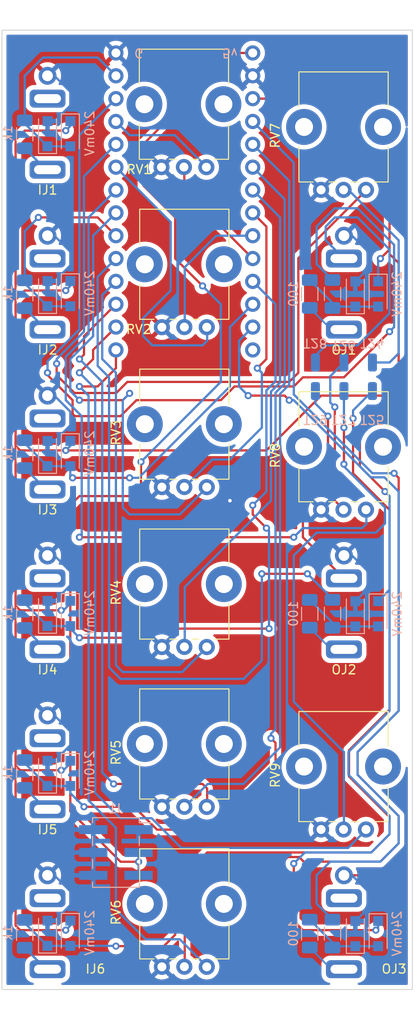
<source format=kicad_pcb>
(kicad_pcb (version 20211014) (generator pcbnew)
  (title_block (comment 4 "AISLER Project ID: XIZNEPVD"))
  (layers (0 "F.Cu" signal) (31 "B.Cu" signal) (34 "B.Paste" user) (35 "F.Paste" user) (36 "B.SilkS" user "B.Silkscreen") (37 "F.SilkS" user "F.Silkscreen") (38 "B.Mask" user) (39 "F.Mask" user) (44 "Edge.Cuts" user))
  (net 0 "")
  (net 1 "/T0")
  (net 2 "GND")
  (net 3 "+3.3V")
  (net 4 "/T7")
  (net 5 "/T15")
  (net 6 "/T16")
  (net 7 "/T21")
  (net 8 "/T25")
  (net 9 "/VCA_1_Input/Switch")
  (net 10 "Net-(IJ1-PadT)")
  (net 11 "/CV_Input_1/Switch")
  (net 12 "Net-(IJ2-PadT)")
  (net 13 "/VCA_2_Input/Switch")
  (net 14 "Net-(IJ3-PadT)")
  (net 15 "/CV_Input_2/Switch")
  (net 16 "Net-(IJ4-PadT)")
  (net 17 "/VCA_3_Input/Switch")
  (net 18 "Net-(IJ5-PadT)")
  (net 19 "/CV_Input_3/Switch")
  (net 20 "Net-(IJ6-PadT)")
  (net 21 "+5V")
  (net 22 "Net-(OD1-Pad1)")
  (net 23 "Net-(OD3-Pad1)")
  (net 24 "Net-(OD5-Pad1)")
  (net 25 "/T28")
  (net 26 "Net-(OJ1-PadT)")
  (net 27 "/T29")
  (net 28 "Net-(OJ2-PadT)")
  (net 29 "/VCA_3_Output/Switch")
  (net 30 "Net-(OJ3-PadT)")
  (net 31 "/T1")
  (net 32 "/T8")
  (net 33 "/T14")
  (net 34 "/T2")
  (net 35 "/T17")
  (net 36 "/T4")
  (net 37 "/T18")
  (net 38 "/T6")
  (net 39 "/T19")
  (net 40 "/T9")
  (net 41 "/T20")
  (net 42 "/T10")
  (net 43 "/T22")
  (net 44 "/T12")
  (net 45 "/T23")
  (net 46 "/T3")
  (net 47 "/T24")
  (net 48 "/T5")
  (net 49 "/T26")
  (net 50 "/T11")
  (net 51 "/T27")
  (footprint "Perfboard:3.5mm Jack Perfboard" (layer "F.Cu") (at 40.64 139.7)
    (fp_text reference "IJ5")
    (fp_text value "Input")
  )
  (footprint "Potentiometer:Bourns_PTV09A-4025FB103" (layer "F.Cu") (at 73.615 76.185)
    (fp_text reference "RV7")
    (fp_text value "VCA_1_Gain")
  )
  (footprint "Perfboard:3.5mm Jack Perfboard" (layer "F.Cu") (at 73.66 157.48)
    (fp_text reference "OJ3")
    (fp_text value "Input")
  )
  (footprint "Perfboard:3.5mm Jack Perfboard" (layer "F.Cu") (at 40.64 104.14)
    (fp_text reference "IJ3")
    (fp_text value "Input")
  )
  (footprint "Potentiometer:Bourns_PTV09A-4020UB103" (layer "F.Cu") (at 55.88 127)
    (fp_text reference "RV4")
    (fp_text value "CV_Scale_2")
  )
  (footprint "Potentiometer:Bourns_PTV09A-4020UB103" (layer "F.Cu") (at 55.88 162.56)
    (fp_text reference "RV6")
    (fp_text value "CV_Scale_3")
  )
  (footprint "Perfboard:3.5mm Jack Perfboard" (layer "F.Cu") (at 73.66 86.36)
    (fp_text reference "OJ1")
    (fp_text value "Input")
  )
  (footprint "Potentiometer:Bourns_PTV09A-4020UB103" (layer "F.Cu") (at 55.835 73.645)
    (fp_text reference "RV1")
    (fp_text value "CV_1_Slope")
  )
  (footprint "Potentiometer:Bourns_PTV09A-4020UB103" (layer "F.Cu") (at 55.88 91.44)
    (fp_text reference "RV2")
    (fp_text value "CV_Scale_1")
  )
  (footprint "Perfboard:3.5mm Jack Perfboard" (layer "F.Cu") (at 40.64 68.58)
    (fp_text reference "IJ1")
    (fp_text value "Input")
  )
  (footprint "Perfboard:3.5mm Jack Perfboard" (layer "F.Cu") (at 40.64 86.36)
    (fp_text reference "IJ2")
    (fp_text value "Input")
  )
  (footprint "Perfboard:3.5mm Jack Perfboard" (layer "F.Cu") (at 40.64 157.48)
    (fp_text reference "IJ6")
    (fp_text value "Input")
  )
  (footprint "Perfboard:3.5mm Jack Perfboard" (layer "F.Cu") (at 73.66 121.92)
    (fp_text reference "OJ2")
    (fp_text value "Input")
  )
  (footprint "Potentiometer:Bourns_PTV09A-4020UB103" (layer "F.Cu") (at 55.88 144.78)
    (fp_text reference "RV5")
    (fp_text value "CV_3_Slope")
  )
  (footprint "Perfboard:3.5mm Jack Perfboard" (layer "F.Cu") (at 40.64 121.92)
    (fp_text reference "IJ4")
    (fp_text value "Input")
  )
  (footprint "Potentiometer:Bourns_PTV09A-4025FB103" (layer "F.Cu") (at 73.615 111.745)
    (fp_text reference "RV8")
    (fp_text value "VCA_2_Gain")
  )
  (footprint "Potentiometer:Bourns_PTV09A-4020UB103" (layer "F.Cu") (at 55.88 109.22)
    (fp_text reference "RV3")
    (fp_text value "CV_2_Slope")
  )
  (footprint "Potentiometer:Bourns_PTV09A-4025FB103" (layer "F.Cu") (at 73.615 147.305)
    (fp_text reference "RV9")
    (fp_text value "VCA_3_Gain")
  )
  (footprint "Resistor_SMD:R_1206_3216Metric_Pad1.30x1.75mm_HandSolder" (layer "B.Cu") (at 69.85 123.32 90)
    (fp_text reference "OR3" hide)
    (fp_text value "100")
  )
  (footprint "Resistor_SMD:R_1206_3216Metric_Pad1.30x1.75mm_HandSolder" (layer "B.Cu") (at 38.1 105.568875 90)
    (fp_text reference "IR3" hide)
    (fp_text value "1k")
  )
  (footprint "Teensy:Teensy 4.0 horizontal" (layer "B.Cu") (at 55.88 58.42)
    (fp_text reference "U1" hide)
    (fp_text value "Teensy4.0")
  )
  (footprint "Diode_SMD:D_SOD-123F" (layer "B.Cu") (at 43.18 69.941875 -90)
    (fp_text reference "ID2" hide)
    (fp_text value "240mV")
  )
  (footprint "Resistor_SMD:R_1206_3216Metric_Pad1.30x1.75mm_HandSolder" (layer "B.Cu") (at 69.85 87.76 90)
    (fp_text reference "OR1" hide)
    (fp_text value "100")
  )
  (footprint "Diode_SMD:D_SOD-123F" (layer "B.Cu") (at 77.47 123.32 -90)
    (fp_text reference "OD4" hide)
    (fp_text value "240mV")
  )
  (footprint "Diode_SMD:D_SOD-123F" (layer "B.Cu") (at 40.64 158.841875 90)
    (fp_text reference "ID11" hide)
    (fp_text value "240mV")
  )
  (footprint "Connector_PinHeader_2.54mm:PinHeader_2x03_P2.54mm_Vertical_SMD" (layer "B.Cu") (at 48.26 149.86 180)
    (fp_text reference "J1")
    (fp_text value "Power_Connector_2x3")
  )
  (footprint "Resistor_SMD:R_1206_3216Metric_Pad1.30x1.75mm_HandSolder" (layer "B.Cu") (at 69.85 158.88 90)
    (fp_text reference "OR5" hide)
    (fp_text value "100")
  )
  (footprint "Diode_SMD:D_SOD-123F" (layer "B.Cu") (at 77.47 158.88 -90)
    (fp_text reference "OD6" hide)
    (fp_text value "240mV")
  )
  (footprint "Diode_SMD:D_SOD-123F" (layer "B.Cu") (at 43.18 105.501875 -90)
    (fp_text reference "ID6" hide)
    (fp_text value "240mV")
  )
  (footprint "Resistor_SMD:R_1206_3216Metric_Pad1.30x1.75mm_HandSolder" (layer "B.Cu") (at 38.1 158.908875 90)
    (fp_text reference "IR6" hide)
    (fp_text value "1k")
  )
  (footprint "Diode_SMD:D_SOD-123F" (layer "B.Cu") (at 43.18 87.721875 -90)
    (fp_text reference "ID4" hide)
    (fp_text value "240mV")
  )
  (footprint "Diode_SMD:D_SOD-123F" (layer "B.Cu") (at 43.18 141.061875 -90)
    (fp_text reference "ID10" hide)
    (fp_text value "240mV")
  )
  (footprint "Diode_SMD:D_SOD-123F" (layer "B.Cu") (at 74.93 123.32 90)
    (fp_text reference "OD3" hide)
    (fp_text value "240mV" hide)
  )
  (footprint "Diode_SMD:D_SOD-123F" (layer "B.Cu") (at 40.64 123.281875 90)
    (fp_text reference "ID7" hide)
    (fp_text value "240mV")
  )
  (footprint "Resistor_SMD:R_1206_3216Metric_Pad1.30x1.75mm_HandSolder" (layer "B.Cu") (at 38.1 123.348875 90)
    (fp_text reference "IR4" hide)
    (fp_text value "1k")
  )
  (footprint "Teensy:Teensy 4.0 back pins" (layer "B.Cu") (at 71.755 97.028 -90)
    (fp_text reference "U1" hide)
    (fp_text value "Teensy4.0" hide)
  )
  (footprint "Diode_SMD:D_SOD-123F" (layer "B.Cu") (at 74.93 158.88 90)
    (fp_text reference "OD5" hide)
    (fp_text value "240mV" hide)
  )
  (footprint "Resistor_SMD:R_1206_3216Metric_Pad1.30x1.75mm_HandSolder" (layer "B.Cu") (at 38.1 141.128875 90)
    (fp_text reference "IR5" hide)
    (fp_text value "1k")
  )
  (footprint "Diode_SMD:D_SOD-123F" (layer "B.Cu") (at 43.18 123.281875 -90)
    (fp_text reference "ID8" hide)
    (fp_text value "240mV")
  )
  (footprint "Diode_SMD:D_SOD-123F" (layer "B.Cu") (at 40.64 105.501875 90)
    (fp_text reference "ID5" hide)
    (fp_text value "240mV")
  )
  (footprint "Diode_SMD:D_SOD-123F" (layer "B.Cu") (at 40.64 87.721875 90)
    (fp_text reference "ID3" hide)
    (fp_text value "240mV")
  )
  (footprint "Resistor_SMD:R_1206_3216Metric_Pad1.30x1.75mm_HandSolder" (layer "B.Cu") (at 38.1 87.788875 90)
    (fp_text reference "IR2" hide)
    (fp_text value "1k")
  )
  (footprint "Diode_SMD:D_SOD-123F" (layer "B.Cu") (at 43.18 158.841875 -90)
    (fp_text reference "ID12" hide)
    (fp_text value "240mV")
  )
  (footprint "Resistor_SMD:R_1206_3216Metric_Pad1.30x1.75mm_HandSolder" (layer "B.Cu") (at 72.39 123.32 90)
    (fp_text reference "OR4" hide)
    (fp_text value "900" hide)
  )
  (footprint "Resistor_SMD:R_1206_3216Metric_Pad1.30x1.75mm_HandSolder" (layer "B.Cu") (at 72.39 87.76 90)
    (fp_text reference "OR2" hide)
    (fp_text value "900" hide)
  )
  (footprint "Resistor_SMD:R_1206_3216Metric_Pad1.30x1.75mm_HandSolder" (layer "B.Cu") (at 38.1 70.008875 90)
    (fp_text reference "IR1" hide)
    (fp_text value "1k")
  )
  (footprint "Diode_SMD:D_SOD-123F" (layer "B.Cu") (at 40.64 141.061875 90)
    (fp_text reference "ID9" hide)
    (fp_text value "240mV")
  )
  (footprint "Diode_SMD:D_SOD-123F" (layer "B.Cu") (at 77.47 87.76 -90)
    (fp_text reference "OD2" hide)
    (fp_text value "240mV")
  )
  (footprint "Diode_SMD:D_SOD-123F" (layer "B.Cu") (at 74.93 87.76 90)
    (fp_text reference "OD1" hide)
    (fp_text value "240mV" hide)
  )
  (footprint "Diode_SMD:D_SOD-123F" (layer "B.Cu") (at 40.64 69.941875 90)
    (fp_text reference "ID1" hide)
    (fp_text value "240mV")
  )
  (footprint "Resistor_SMD:R_1206_3216Metric_Pad1.30x1.75mm_HandSolder" (layer "B.Cu") (at 72.39 158.88 90)
    (fp_text reference "OR6" hide)
    (fp_text value "900" hide)
  )
  (gr_line (start 35.56 60.96) (end 35.56 165.1) (layer "Edge.Cuts") (width 0.1))
  (gr_line (start 35.56 58.42) (end 35.56 60.96) (layer "Edge.Cuts") (width 0.1))
  (gr_line (start 81.28 165.1) (end 81.28 58.42) (layer "Edge.Cuts") (width 0.1))
  (gr_line (start 81.28 58.42) (end 35.56 58.42) (layer "Edge.Cuts") (width 0.1))
  (gr_line (start 35.56 165.1) (end 81.28 165.1) (layer "Edge.Cuts") (width 0.1))
  (segment (start 40.64 71.341875) (end 43.18 71.341875) (width 0.25) (layer "B.Cu") (net 1))
  (segment (start 40.132 61.468) (end 46.228 61.468) (width 0.25) (layer "B.Cu") (net 1))
  (segment (start 38.1 68.458875) (end 38.1 68.801875) (width 0.25) (layer "B.Cu") (net 1))
  (segment (start 46.228 61.468) (end 48.26 63.5) (width 0.25) (layer "B.Cu") (net 1))
  (segment (start 38.1 68.458875) (end 38.1 63.5) (width 0.25) (layer "B.Cu") (net 1))
  (segment (start 38.1 68.801875) (end 40.64 71.341875) (width 0.25) (layer "B.Cu") (net 1))
  (segment (start 38.1 63.5) (end 40.132 61.468) (width 0.25) (layer "B.Cu") (net 1))
  (segment (start 73.66 152.4) (end 75.184 152.4) (width 0.25) (layer "F.Cu") (net 2))
  (via (at 60.96 110.744) (size 0.8) (drill 0.4) (layers "F.Cu" "B.Cu") (net 2))
  (segment (start 43.18 154.178) (end 41.402 152.4) (width 0.25) (layer "B.Cu") (net 2))
  (segment (start 43.18 155.701875) (end 43.18 154.178) (width 0.25) (layer "B.Cu") (net 2))
  (segment (start 43.18 137.921875) (end 43.18 136.398) (width 0.25) (layer "B.Cu") (net 2))
  (segment (start 74.56 116.84) (end 73.66 116.84) (width 0.25) (layer "B.Cu") (net 2))
  (segment (start 41.402 134.62) (end 40.64 134.62) (width 0.25) (layer "B.Cu") (net 2))
  (segment (start 43.18 120.141875) (end 43.18 118.618) (width 0.25) (layer "B.Cu") (net 2))
  (segment (start 74.93 157.48) (end 74.94 157.48) (width 0.25) (layer "B.Cu") (net 2))
  (segment (start 41.44 139.661875) (end 43.18 137.921875) (width 0.25) (layer "B.Cu") (net 2))
  (segment (start 43.18 102.361875) (end 43.18 100.838) (width 0.25) (layer "B.Cu") (net 2))
  (segment (start 43.18 136.398) (end 41.402 134.62) (width 0.25) (layer "B.Cu") (net 2))
  (segment (start 41.44 157.441875) (end 43.18 155.701875) (width 0.25) (layer "B.Cu") (net 2))
  (segment (start 41.44 104.101875) (end 43.18 102.361875) (width 0.25) (layer "B.Cu") (net 2))
  (segment (start 41.402 152.4) (end 40.64 152.4) (width 0.25) (layer "B.Cu") (net 2))
  (segment (start 76.34 118.62) (end 74.56 116.84) (width 0.25) (layer "B.Cu") (net 2))
  (segment (start 74.94 86.36) (end 76.34 84.96) (width 0.25) (layer "B.Cu") (net 2))
  (segment (start 40.64 86.321875) (end 41.44 86.321875) (width 0.25) (layer "B.Cu") (net 2))
  (segment (start 43.18 84.581875) (end 43.18 83.058) (width 0.25) (layer "B.Cu") (net 2))
  (segment (start 43.18 100.838) (end 41.402 99.06) (width 0.25) (layer "B.Cu") (net 2))
  (segment (start 40.64 157.441875) (end 41.44 157.441875) (width 0.25) (layer "B.Cu") (net 2))
  (segment (start 76.34 156.08) (end 76.34 154.18) (width 0.25) (layer "B.Cu") (net 2))
  (segment (start 40.64 139.661875) (end 41.44 139.661875) (width 0.25) (layer "B.Cu") (net 2))
  (segment (start 74.94 121.92) (end 76.34 120.52) (width 0.25) (layer "B.Cu") (net 2))
  (segment (start 41.44 68.541875) (end 43.18 66.801875) (width 0.25) (layer "B.Cu") (net 2))
  (segment (start 40.64 121.881875) (end 41.44 121.881875) (width 0.25) (layer "B.Cu") (net 2))
  (segment (start 40.64 68.541875) (end 41.44 68.541875) (width 0.25) (layer "B.Cu") (net 2))
  (segment (start 76.34 84.96) (end 76.34 83.06) (width 0.25) (layer "B.Cu") (net 2))
  (segment (start 74.56 81.28) (end 73.66 81.28) (width 0.25) (layer "B.Cu") (net 2))
  (segment (start 41.402 81.28) (end 40.64 81.28) (width 0.25) (layer "B.Cu") (net 2))
  (segment (start 76.34 83.06) (end 74.56 81.28) (width 0.25) (layer "B.Cu") (net 2))
  (segment (start 74.93 86.36) (end 74.94 86.36) (width 0.25) (layer "B.Cu") (net 2))
  (segment (start 41.402 63.5) (end 40.64 63.5) (width 0.25) (layer "B.Cu") (net 2))
  (segment (start 76.34 154.18) (end 74.56 152.4) (width 0.25) (layer "B.Cu") (net 2))
  (segment (start 43.18 66.801875) (end 43.18 65.278) (width 0.25) (layer "B.Cu") (net 2))
  (segment (start 41.402 116.84) (end 40.64 116.84) (width 0.25) (layer "B.Cu") (net 2))
  (segment (start 41.44 121.881875) (end 43.18 120.141875) (width 0.25) (layer "B.Cu") (net 2))
  (segment (start 43.18 65.278) (end 41.402 63.5) (width 0.25) (layer "B.Cu") (net 2))
  (segment (start 43.18 83.058) (end 41.402 81.28) (width 0.25) (layer "B.Cu") (net 2))
  (segment (start 41.44 86.321875) (end 43.18 84.581875) (width 0.25) (layer "B.Cu") (net 2))
  (segment (start 74.93 121.92) (end 74.94 121.92) (width 0.25) (layer "B.Cu") (net 2))
  (segment (start 74.56 152.4) (end 73.66 152.4) (width 0.25) (layer "B.Cu") (net 2))
  (segment (start 43.18 118.618) (end 41.402 116.84) (width 0.25) (layer "B.Cu") (net 2))
  (segment (start 76.34 120.52) (end 76.34 118.62) (width 0.25) (layer "B.Cu") (net 2))
  (segment (start 74.94 157.48) (end 76.34 156.08) (width 0.25) (layer "B.Cu") (net 2))
  (segment (start 40.64 104.101875) (end 41.44 104.101875) (width 0.25) (layer "B.Cu") (net 2))
  (segment (start 41.402 99.06) (end 40.64 99.06) (width 0.25) (layer "B.Cu") (net 2))
  (segment (start 77.724 83.82) (end 78.74 82.804) (width 0.25) (layer "F.Cu") (net 3))
  (segment (start 68.072 151.0925) (end 68.072 157.48) (width 0.25) (layer "F.Cu") (net 3))
  (segment (start 75.438 106.934) (end 78.232 109.728) (width 0.25) (layer "F.Cu") (net 3))
  (segment (start 79.756 84.328) (end 79.756 99.06) (width 0.25) (layer "F.Cu") (net 3))
  (segment (start 65.024 105.156) (end 42.672 105.156) (width 0.25) (layer "F.Cu") (net 3))
  (segment (start 42.672 105.156) (end 37.592 105.156) (width 0.25) (layer "F.Cu") (net 3))
  (segment (start 42.164 122.936) (end 37.592 122.936) (width 0.25) (layer "F.Cu") (net 3))
  (segment (start 71.12 99.06) (end 65.024 105.156) (width 0.25) (layer "F.Cu") (net 3))
  (segment (start 37.592 105.156) (end 37.084 105.664) (width 0.25) (layer "F.Cu") (net 3))
  (segment (start 37.592 140.716) (end 37.084 140.208) (width 0.25) (layer "F.Cu") (net 3))
  (segment (start 38.1 87.376) (end 42.672 87.376) (width 0.25) (layer "F.Cu") (net 3))
  (segment (start 37.084 104.648) (end 37.084 104.14) (width 0.25) (layer "F.Cu") (net 3))
  (segment (start 37.592 122.936) (end 37.084 122.428) (width 0.25) (layer "F.Cu") (net 3))
  (segment (start 37.084 120.396) (end 37.084 122.428) (width 0.25) (layer "F.Cu") (net 3))
  (segment (start 69.088 158.496) (end 77.216 158.496) (width 0.25) (layer "F.Cu") (net 3))
  (segment (start 78.74 82.804) (end 78.74 74.676) (width 0.25) (layer "F.Cu") (net 3))
  (segment (start 37.084 157.988) (end 37.084 140.208) (width 0.25) (layer "F.Cu") (net 3))
  (segment (start 78.74 83.312) (end 79.756 84.328) (width 0.25) (layer "F.Cu") (net 3))
  (segment (start 78.74 74.676) (end 70.104 66.04) (width 0.25) (layer "F.Cu") (net 3))
  (segment (start 42.672 158.496) (end 37.592 158.496) (width 0.25) (layer "F.Cu") (net 3))
  (segment (start 38.1 69.596) (end 37.084 70.612) (width 0.25) (layer "F.Cu") (net 3))
  (segment (start 42.672 69.596) (end 38.1 69.596) (width 0.25) (layer "F.Cu") (net 3))
  (segment (start 37.084 104.14) (end 37.084 88.392) (width 0.25) (layer "F.Cu") (net 3))
  (segment (start 37.084 104.14) (end 37.084 105.664) (width 0.25) (layer "F.Cu") (net 3))
  (segment (start 37.592 105.156) (end 37.084 104.648) (width 0.25) (layer "F.Cu") (net 3))
  (segment (start 68.072 157.48) (end 69.088 158.496) (width 0.25) (layer "F.Cu") (net 3))
  (segment (start 37.084 88.392) (end 38.1 87.376) (width 0.25) (layer "F.Cu") (net 3))
  (segment (start 79.756 99.06) (end 71.12 99.06) (width 0.25) (layer "F.Cu") (net 3))
  (segment (start 75.438 103.378) (end 75.438 106.934) (width 0.25) (layer "F.Cu") (net 3))
  (segment (start 37.084 140.208) (end 37.084 122.428) (width 0.25) (layer "F.Cu") (net 3))
  (segment (start 37.084 70.612) (end 37.084 88.392) (width 0.25) (layer "F.Cu") (net 3))
  (segment (start 42.164 140.716) (end 37.592 140.716) (width 0.25) (layer "F.Cu") (net 3))
  (segment (start 79.756 99.06) (end 75.438 103.378) (width 0.25) (layer "F.Cu") (net 3))
  (segment (start 78.74 82.804) (end 78.74 83.312) (width 0.25) (layer "F.Cu") (net 3))
  (segment (start 37.084 105.664) (end 37.084 120.396) (width 0.25) (layer "F.Cu") (net 3))
  (segment (start 37.592 158.496) (end 37.084 157.988) (width 0.25) (layer "F.Cu") (net 3))
  (segment (start 70.104 66.04) (end 63.5 66.04) (width 0.25) (layer "F.Cu") (net 3))
  (via (at 42.672 69.596) (size 0.8) (drill 0.4) (layers "F.Cu" "B.Cu") (net 3))
  (via (at 42.672 158.496) (size 0.8) (drill 0.4) (layers "F.Cu" "B.Cu") (net 3))
  (via (at 77.724 83.82) (size 0.8) (drill 0.4) (layers "F.Cu" "B.Cu") (net 3))
  (via (at 42.672 87.376) (size 0.8) (drill 0.4) (layers "F.Cu" "B.Cu") (net 3))
  (via (at 42.672 105.156) (size 0.8) (drill 0.4) (layers "F.Cu" "B.Cu") (net 3))
  (via (at 77.216 158.496) (size 0.8) (drill 0.4) (layers "F.Cu" "B.Cu") (net 3))
  (via (at 68.072 151.0925) (size 0.8) (drill 0.4) (layers "F.Cu" "B.Cu") (net 3))
  (via (at 78.232 109.728) (size 0.8) (drill 0.4) (layers "F.Cu" "B.Cu") (net 3))
  (via (at 42.164 140.716) (size 0.8) (drill 0.4) (layers "F.Cu" "B.Cu") (net 3))
  (via (at 42.164 122.936) (size 0.8) (drill 0.4) (layers "F.Cu" "B.Cu") (net 3))
  (segment (start 78.74 145.796) (end 74.168 141.224) (width 0.25) (layer "B.Cu") (net 3))
  (segment (start 78.74 120.65) (end 78.74 120.52) (width 0.25) (layer "B.Cu") (net 3))
  (segment (start 42.164 122.936) (end 42.418 122.936) (width 0.25) (layer "B.Cu") (net 3))
  (segment (start 69.3045 149.86) (end 76.708 149.86) (width 0.25) (layer "B.Cu") (net 3))
  (segment (start 77.47 86.36) (end 77.47 84.074) (width 0.25) (layer "B.Cu") (net 3))
  (segment (start 42.164 140.716) (end 42.418 140.716) (width 0.25) (layer "B.Cu") (net 3))
  (segment (start 74.168 141.224) (end 74.168 138.684) (width 0.25) (layer "B.Cu") (net 3))
  (segment (start 76.708 149.86) (end 78.74 147.828) (width 0.25) (layer "B.Cu") (net 3))
  (segment (start 78.74 110.236) (end 78.74 120.52) (width 0.25) (layer "B.Cu") (net 3))
  (segment (start 74.168 138.684) (end 78.74 134.112) (width 0.25) (layer "B.Cu") (net 3))
  (segment (start 43.18 68.541875) (end 43.18 69.088) (width 0.25) (layer "B.Cu") (net 3))
  (segment (start 42.672 87.376) (end 43.18 86.868) (width 0.25) (layer "B.Cu") (net 3))
  (segment (start 43.18 157.988) (end 43.18 157.441875) (width 0.25) (layer "B.Cu") (net 3))
  (segment (start 77.47 84.074) (end 77.724 83.82) (width 0.25) (layer "B.Cu") (net 3))
  (segment (start 43.18 139.954) (end 43.18 139.661875) (width 0.25) (layer "B.Cu") (net 3))
  (segment (start 78.232 109.728) (end 78.74 110.236) (width 0.25) (layer "B.Cu") (net 3))
  (segment (start 42.418 122.936) (end 43.18 122.174) (width 0.25) (layer "B.Cu") (net 3))
  (segment (start 42.672 105.156) (end 43.18 104.648) (width 0.25) (layer "B.Cu") (net 3))
  (segment (start 43.18 69.088) (end 42.672 69.596) (width 0.25) (layer "B.Cu") (net 3))
  (segment (start 77.216 158.496) (end 77.47 158.242) (width 0.25) (layer "B.Cu") (net 3))
  (segment (start 43.18 122.174) (end 43.18 121.881875) (width 0.25) (layer "B.Cu") (net 3))
  (segment (start 42.418 140.716) (end 43.18 139.954) (width 0.25) (layer "B.Cu") (net 3))
  (segment (start 43.18 104.648) (end 43.18 104.101875) (width 0.25) (layer "B.Cu") (net 3))
  (segment (start 42.672 158.496) (end 43.18 157.988) (width 0.25) (layer "B.Cu") (net 3))
  (segment (start 77.47 121.92) (end 78.74 120.65) (width 0.25) (layer "B.Cu") (net 3))
  (segment (start 78.74 147.828) (end 78.74 145.796) (width 0.25) (layer "B.Cu") (net 3))
  (segment (start 77.47 158.242) (end 77.47 157.48) (width 0.25) (layer "B.Cu") (net 3))
  (segment (start 43.18 86.868) (end 43.18 86.321875) (width 0.25) (layer "B.Cu") (net 3))
  (segment (start 78.74 134.112) (end 78.74 120.52) (width 0.25) (layer "B.Cu") (net 3))
  (segment (start 68.072 151.0925) (end 69.3045 149.86) (width 0.25) (layer "B.Cu") (net 3))
  (segment (start 48.26 81.28) (end 46.228 79.248) (width 0.25) (layer "F.Cu") (net 4))
  (segment (start 46.228 79.248) (end 39.624 79.248) (width 0.25) (layer "F.Cu") (net 4))
  (via (at 39.624 79.248) (size 0.8) (drill 0.4) (layers "F.Cu" "B.Cu") (net 4))
  (segment (start 40.64 89.121875) (end 43.18 89.121875) (width 0.25) (layer "B.Cu") (net 4))
  (segment (start 38.1 80.772) (end 39.624 79.248) (width 0.25) (layer "B.Cu") (net 4))
  (segment (start 38.1 86.238875) (end 38.1 80.772) (width 0.25) (layer "B.Cu") (net 4))
  (segment (start 38.1 86.238875) (end 38.1 86.581875) (width 0.25) (layer "B.Cu") (net 4))
  (segment (start 38.1 86.581875) (end 40.64 89.121875) (width 0.25) (layer "B.Cu") (net 4))
  (segment (start 43.434 108.204) (end 49.784 108.204) (width 0.25) (layer "F.Cu") (net 5))
  (via (at 43.434 108.204) (size 0.8) (drill 0.4) (layers "F.Cu" "B.Cu") (net 5))
  (via (at 49.784 108.204) (size 0.8) (drill 0.4) (layers "F.Cu" "B.Cu") (net 5))
  (segment (start 38.1 104.361875) (end 40.64 106.901875) (width 0.25) (layer "B.Cu") (net 5))
  (segment (start 49.784 108.204) (end 50.8 108.204) (width 0.25) (layer "B.Cu") (net 5))
  (segment (start 38.1 104.018875) (end 38.1 104.361875) (width 0.25) (layer "B.Cu") (net 5))
  (segment (start 60.96 98.044) (end 60.96 91.44) (width 0.25) (layer "B.Cu") (net 5))
  (segment (start 43.434 108.204) (end 43.18 107.95) (width 0.25) (layer "B.Cu") (net 5))
  (segment (start 50.8 108.204) (end 60.96 98.044) (width 0.25) (layer "B.Cu") (net 5))
  (segment (start 43.18 107.95) (end 43.18 106.901875) (width 0.25) (layer "B.Cu") (net 5))
  (segment (start 40.64 106.901875) (end 43.18 106.901875) (width 0.25) (layer "B.Cu") (net 5))
  (segment (start 60.96 91.44) (end 63.5 88.9) (width 0.25) (layer "B.Cu") (net 5))
  (segment (start 63.5 111.76) (end 63.5 111.252) (width 0.25) (layer "F.Cu") (net 6))
  (segment (start 44.196 125.984) (end 50.546 125.984) (width 0.25) (layer "F.Cu") (net 6))
  (segment (start 51.562 124.968) (end 65.3155 124.968) (width 0.25) (layer "F.Cu") (net 6))
  (segment (start 65.024 113.792) (end 63.5 112.268) (width 0.25) (layer "F.Cu") (net 6))
  (segment (start 50.546 125.984) (end 51.562 124.968) (width 0.25) (layer "F.Cu") (net 6))
  (segment (start 63.5 112.268) (end 63.5 111.76) (width 0.25) (layer "F.Cu") (net 6))
  (via (at 44.196 125.984) (size 0.8) (drill 0.4) (layers "F.Cu" "B.Cu") (net 6))
  (via (at 65.024 113.792) (size 0.8) (drill 0.4) (layers "F.Cu" "B.Cu") (net 6))
  (via (at 65.3155 124.968) (size 0.8) (drill 0.4) (layers "F.Cu" "B.Cu") (net 6))
  (via (at 63.5 111.252) (size 0.8) (drill 0.4) (layers "F.Cu" "B.Cu") (net 6))
  (segment (start 63.5 111.252) (end 65.024 109.728) (width 0.25) (layer "B.Cu") (net 6))
  (segment (start 44.196 125.984) (end 43.18 124.968) (width 0.25) (layer "B.Cu") (net 6))
  (segment (start 38.1 122.141875) (end 40.64 124.681875) (width 0.25) (layer "B.Cu") (net 6))
  (segment (start 65.024 109.728) (end 65.024 98.480358) (width 0.25) (layer "B.Cu") (net 6))
  (segment (start 65.3155 114.0835) (end 65.024 113.792) (width 0.25) (layer "B.Cu") (net 6))
  (segment (start 66.04 88.9) (end 63.5 86.36) (width 0.25) (layer "B.Cu") (net 6))
  (segment (start 40.64 124.681875) (end 43.18 124.681875) (width 0.25) (layer "B.Cu") (net 6))
  (segment (start 65.3155 124.968) (end 65.3155 114.0835) (width 0.25) (layer "B.Cu") (net 6))
  (segment (start 43.18 124.968) (end 43.18 124.681875) (width 0.25) (layer "B.Cu") (net 6))
  (segment (start 38.1 121.798875) (end 38.1 122.141875) (width 0.25) (layer "B.Cu") (net 6))
  (segment (start 66.04 97.464358) (end 66.04 88.9) (width 0.25) (layer "B.Cu") (net 6))
  (segment (start 65.024 98.480358) (end 66.04 97.464358) (width 0.25) (layer "B.Cu") (net 6))
  (segment (start 58.928 147.32) (end 66.04 140.208) (width 0.25) (layer "F.Cu") (net 7))
  (segment (start 66.04 140.208) (end 66.04 137.668) (width 0.25) (layer "F.Cu") (net 7))
  (segment (start 44.704 144.78) (end 50.292 144.78) (width 0.25) (layer "F.Cu") (net 7))
  (segment (start 50.292 144.78) (end 52.832 147.32) (width 0.25) (layer "F.Cu") (net 7))
  (segment (start 66.04 137.668) (end 65.532 137.16) (width 0.25) (layer "F.Cu") (net 7))
  (segment (start 52.832 147.32) (end 58.928 147.32) (width 0.25) (layer "F.Cu") (net 7))
  (via (at 44.704 144.78) (size 0.8) (drill 0.4) (layers "F.Cu" "B.Cu") (net 7))
  (via (at 65.532 137.16) (size 0.8) (drill 0.4) (layers "F.Cu" "B.Cu") (net 7))
  (segment (start 65.532 136.652) (end 66.04 136.144) (width 0.25) (layer "B.Cu") (net 7))
  (segment (start 44.704 144.78) (end 43.18 143.256) (width 0.25) (layer "B.Cu") (net 7))
  (segment (start 66.04 98.73715) (end 67.056 97.72115) (width 0.25) (layer "B.Cu") (net 7))
  (segment (start 38.1 139.578875) (end 38.1 139.921875) (width 0.25) (layer "B.Cu") (net 7))
  (segment (start 66.04 136.144) (end 66.04 98.73715) (width 0.25) (layer "B.Cu") (net 7))
  (segment (start 67.056 97.72115) (end 67.056 77.216) (width 0.25) (layer "B.Cu") (net 7))
  (segment (start 65.532 137.16) (end 65.532 136.652) (width 0.25) (layer "B.Cu") (net 7))
  (segment (start 43.18 143.256) (end 43.18 142.461875) (width 0.25) (layer "B.Cu") (net 7))
  (segment (start 38.1 139.921875) (end 40.64 142.461875) (width 0.25) (layer "B.Cu") (net 7))
  (segment (start 67.056 77.216) (end 63.5 73.66) (width 0.25) (layer "B.Cu") (net 7))
  (segment (start 40.64 142.461875) (end 43.18 142.461875) (width 0.25) (layer "B.Cu") (net 7))
  (segment (start 74.226 141.410396) (end 74.226 138.497604) (width 0.25) (layer "F.Cu") (net 8))
  (segment (start 78.74 147.828) (end 78.74 145.924396) (width 0.25) (layer "F.Cu") (net 8))
  (segment (start 76.708 149.86) (end 78.74 147.828) (width 0.25) (layer "F.Cu") (net 8))
  (segment (start 48.26 160.274) (end 53.594 160.274) (width 0.25) (layer "F.Cu") (net 8))
  (segment (start 74.676 101.6) (end 74.676 107.696) (width 0.25) (layer "F.Cu") (net 8))
  (segment (start 78.74 145.924396) (end 74.226 141.410396) (width 0.25) (layer "F.Cu") (net 8))
  (segment (start 74.676 107.696) (end 78.74 111.76) (width 0.25) (layer "F.Cu") (net 8))
  (segment (start 53.594 160.274) (end 54.864 159.004) (width 0.25) (layer "F.Cu") (net 8))
  (segment (start 54.864 159.004) (end 54.864 153.416) (width 0.25) (layer "F.Cu") (net 8))
  (segment (start 74.226 138.497604) (end 78.74 133.983604) (width 0.25) (layer "F.Cu") (net 8))
  (segment (start 78.74 111.76) (end 78.74 133.983604) (width 0.25) (layer "F.Cu") (net 8))
  (segment (start 58.42 149.86) (end 76.708 149.86) (width 0.25) (layer "F.Cu") (net 8))
  (segment (start 54.864 153.416) (end 58.42 149.86) (width 0.25) (layer "F.Cu") (net 8))
  (via (at 48.26 160.274) (size 0.8) (drill 0.4) (layers "F.Cu" "B.Cu") (net 8))
  (via (at 74.676 101.6) (size 0.8) (drill 0.4) (layers "F.Cu" "B.Cu") (net 8))
  (segment (start 48.227875 160.241875) (end 43.18 160.241875) (width 0.25) (layer "B.Cu") (net 8))
  (segment (start 40.64 160.241875) (end 43.18 160.241875) (width 0.25) (layer "B.Cu") (net 8))
  (segment (start 38.1 157.701875) (end 40.64 160.241875) (width 0.25) (layer "B.Cu") (net 8))
  (segment (start 38.1 157.358875) (end 38.1 157.701875) (width 0.25) (layer "B.Cu") (net 8))
  (segment (start 48.26 160.274) (end 48.227875 160.241875) (width 0.25) (layer "B.Cu") (net 8))
  (segment (start 74.676 100.711) (end 76.835 98.552) (width 0.25) (layer "B.Cu") (net 8))
  (segment (start 74.676 101.6) (end 74.676 100.711) (width 0.25) (layer "B.Cu") (net 8))
  (segment (start 40.481125 73.94) (end 40.64 73.94) (width 0.25) (layer "B.Cu") (net 10))
  (segment (start 38.1 71.558875) (end 40.481125 73.94) (width 0.25) (layer "B.Cu") (net 10))
  (segment (start 40.481125 91.72) (end 40.64 91.72) (width 0.25) (layer "B.Cu") (net 12))
  (segment (start 38.1 89.338875) (end 40.481125 91.72) (width 0.25) (layer "B.Cu") (net 12))
  (segment (start 38.1 107.118875) (end 40.481125 109.5) (width 0.25) (layer "B.Cu") (net 14))
  (segment (start 40.481125 109.5) (end 40.64 109.5) (width 0.25) (layer "B.Cu") (net 14))
  (segment (start 40.481125 127.28) (end 40.64 127.28) (width 0.25) (layer "B.Cu") (net 16))
  (segment (start 38.1 124.898875) (end 40.481125 127.28) (width 0.25) (layer "B.Cu") (net 16))
  (segment (start 40.481125 145.06) (end 40.64 145.06) (width 0.25) (layer "B.Cu") (net 18))
  (segment (start 38.1 142.678875) (end 40.481125 145.06) (width 0.25) (layer "B.Cu") (net 18))
  (segment (start 40.481125 162.84) (end 40.64 162.84) (width 0.25) (layer "B.Cu") (net 20))
  (segment (start 38.1 160.458875) (end 40.481125 162.84) (width 0.25) (layer "B.Cu") (net 20))
  (segment (start 43.18 145.288) (end 48.783 150.891) (width 0.25) (layer "F.Cu") (net 21))
  (segment (start 48.783 150.891) (end 50.785 150.891) (width 0.25) (layer "F.Cu") (net 21))
  (segment (start 61.468 60.96) (end 63.5 60.96) (width 0.25) (layer "F.Cu") (net 21))
  (segment (start 51.054 108.966) (end 49.784 110.236) (width 0.25) (layer "F.Cu") (net 21))
  (segment (start 57.912 86.868) (end 54.864 83.82) (width 0.25) (layer "F.Cu") (net 21))
  (segment (start 54.864 79.248) (end 51.308 75.692) (width 0.25) (layer "F.Cu") (net 21))
  (segment (start 49.784 110.236) (end 44.196 110.236) (width 0.25) (layer "F.Cu") (net 21))
  (segment (start 54.864 83.82) (end 54.864 79.248) (width 0.25) (layer "F.Cu") (net 21))
  (segment (start 51.054 106.426) (end 51.054 108.966) (width 0.25) (layer "F.Cu") (net 21))
  (segment (start 43.18 111.252) (end 43.18 145.288) (width 0.25) (layer "F.Cu") (net 21))
  (segment (start 44.196 110.236) (end 43.18 111.252) (width 0.25) (layer "F.Cu") (net 21))
  (segment (start 51.308 71.12) (end 61.468 60.96) (width 0.25) (layer "F.Cu") (net 21))
  (segment (start 51.308 75.692) (end 51.308 71.12) (width 0.25) (layer "F.Cu") (net 21))
  (via (at 50.785 150.891) (size 0.8) (drill 0.4) (layers "F.Cu" "B.Cu") (net 21))
  (via (at 57.912 86.868) (size 0.8) (drill 0.4) (layers "F.Cu" "B.Cu") (net 21))
  (via (at 51.054 106.426) (size 0.8) (drill 0.4) (layers "F.Cu" "B.Cu") (net 21))
  (segment (start 50.785 149.86) (end 50.785 150.891) (width 0.25) (layer "B.Cu") (net 21))
  (segment (start 51.054 106.426) (end 59.944 97.536) (width 0.25) (layer "B.Cu") (net 21))
  (segment (start 50.785 150.891) (end 50.785 152.4) (width 0.25) (layer "B.Cu") (net 21))
  (segment (start 59.944 88.9) (end 57.912 86.868) (width 0.25) (layer "B.Cu") (net 21))
  (segment (start 59.944 97.536) (end 59.944 88.9) (width 0.25) (layer "B.Cu") (net 21))
  (segment (start 72.39 89.31) (end 72.54 89.16) (width 0.25) (layer "B.Cu") (net 22))
  (segment (start 69.85 86.21) (end 72.39 88.75) (width 0.25) (layer "B.Cu") (net 22))
  (segment (start 74.93 89.16) (end 77.47 89.16) (width 0.25) (layer "B.Cu") (net 22))
  (segment (start 72.54 89.16) (end 74.93 89.16) (width 0.25) (layer "B.Cu") (net 22))
  (segment (start 72.39 88.75) (end 72.39 89.31) (width 0.25) (layer "B.Cu") (net 22))
  (segment (start 69.85 121.77) (end 72.39 124.31) (width 0.25) (layer "B.Cu") (net 23))
  (segment (start 72.54 124.72) (end 74.93 124.72) (width 0.25) (layer "B.Cu") (net 23))
  (segment (start 72.39 124.87) (end 72.54 124.72) (width 0.25) (layer "B.Cu") (net 23))
  (segment (start 72.39 124.31) (end 72.39 124.87) (width 0.25) (layer "B.Cu") (net 23))
  (segment (start 74.93 124.72) (end 77.47 124.72) (width 0.25) (layer "B.Cu") (net 23))
  (segment (start 72.54 160.28) (end 74.93 160.28) (width 0.25) (layer "B.Cu") (net 24))
  (segment (start 72.39 159.87) (end 72.39 160.43) (width 0.25) (layer "B.Cu") (net 24))
  (segment (start 72.39 160.43) (end 72.54 160.28) (width 0.25) (layer "B.Cu") (net 24))
  (segment (start 74.93 160.28) (end 77.47 160.28) (width 0.25) (layer "B.Cu") (net 24))
  (segment (start 69.85 157.33) (end 72.39 159.87) (width 0.25) (layer "B.Cu") (net 24))
  (segment (start 72.644 79.248) (end 71.628 80.264) (width 0.25) (layer "B.Cu") (net 25))
  (segment (start 75.184 93.472) (end 78.74 89.916) (width 0.25) (layer "B.Cu") (net 25))
  (segment (start 70.485 94.615) (end 71.628 93.472) (width 0.25) (layer "B.Cu") (net 25))
  (segment (start 71.628 93.472) (end 75.184 93.472) (width 0.25) (layer "B.Cu") (net 25))
  (segment (start 78.74 89.916) (end 78.74 82.804) (width 0.25) (layer "B.Cu") (net 25))
  (segment (start 78.74 82.804) (end 75.184 79.248) (width 0.25) (layer "B.Cu") (net 25))
  (segment (start 70.485 95.377) (end 70.485 94.615) (width 0.25) (layer "B.Cu") (net 25))
  (segment (start 71.628 80.264) (end 71.628 81.788) (width 0.25) (layer "B.Cu") (net 25))
  (segment (start 71.628 81.788) (end 73.66 83.82) (width 0.25) (layer "B.Cu") (net 25))
  (segment (start 75.184 79.248) (end 72.644 79.248) (width 0.25) (layer "B.Cu") (net 25))
  (segment (start 69.85 89.31) (end 72.26 91.72) (width 0.2) (layer "B.Cu") (net 26))
  (segment (start 72.26 91.72) (end 73.66 91.72) (width 0.2) (layer "B.Cu") (net 26))
  (segment (start 71.882 101.346) (end 71.882 106.426) (width 0.25) (layer "F.Cu") (net 27))
  (segment (start 69.088 109.22) (end 69.088 114.808) (width 0.25) (layer "F.Cu") (net 27))
  (segment (start 73.66 119.38) (end 69.088 114.808) (width 0.25) (layer "F.Cu") (net 27))
  (segment (start 71.882 106.426) (end 69.088 109.22) (width 0.25) (layer "F.Cu") (net 27))
  (via (at 71.882 101.346) (size 0.8) (drill 0.4) (layers "F.Cu" "B.Cu") (net 27))
  (segment (start 71.882 101.346) (end 70.485 99.949) (width 0.25) (layer "B.Cu") (net 27))
  (segment (start 70.485 99.949) (end 70.485 98.552) (width 0.25) (layer "B.Cu") (net 27))
  (segment (start 72.26 127.28) (end 73.66 127.28) (width 0.2) (layer "B.Cu") (net 28))
  (segment (start 69.85 124.87) (end 72.26 127.28) (width 0.2) (layer "B.Cu") (net 28))
  (segment (start 72.26 162.84) (end 73.66 162.84) (width 0.2) (layer "B.Cu") (net 30))
  (segment (start 69.85 160.43) (end 72.26 162.84) (width 0.2) (layer "B.Cu") (net 30))
  (segment (start 61.468 98.044) (end 68.072 98.044) (width 0.25) (layer "F.Cu") (net 31))
  (segment (start 50.546 99.568) (end 59.944 99.568) (width 0.25) (layer "F.Cu") (net 31))
  (segment (start 59.944 99.568) (end 61.468 98.044) (width 0.25) (layer "F.Cu") (net 31))
  (segment (start 68.072 98.044) (end 69.088 97.028) (width 0.25) (layer "F.Cu") (net 31))
  (segment (start 43.434 99.568) (end 43.434 101.092) (width 0.25) (layer "F.Cu") (net 31))
  (segment (start 40.64 96.774) (end 43.434 99.568) (width 0.25) (layer "F.Cu") (net 31))
  (segment (start 43.434 101.092) (end 43.688 101.346) (width 0.25) (layer "F.Cu") (net 31))
  (segment (start 73.66 97.028) (end 78.74 91.948) (width 0.25) (layer "F.Cu") (net 31))
  (segment (start 69.088 97.028) (end 73.66 97.028) (width 0.25) (layer "F.Cu") (net 31))
  (segment (start 43.688 101.346) (end 48.768 101.346) (width 0.25) (layer "F.Cu") (net 31))
  (segment (start 48.768 101.346) (end 50.546 99.568) (width 0.25) (layer "F.Cu") (net 31))
  (segment (start 40.64 96.52) (end 40.64 96.774) (width 0.25) (layer "F.Cu") (net 31))
  (via (at 40.64 96.52) (size 0.8) (drill 0.4) (layers "F.Cu" "B.Cu") (net 31))
  (via (at 78.74 91.948) (size 0.8) (drill 0.4) (layers "F.Cu" "B.Cu") (net 31))
  (segment (start 40.64 96.52) (end 40.64 95.25) (width 0.25) (layer "B.Cu") (net 31))
  (segment (start 70.612 84.432) (end 72.39 86.21) (width 0.25) (layer "B.Cu") (net 31))
  (segment (start 44.196 91.694) (end 44.196 70.104) (width 0.25) (layer "B.Cu") (net 31))
  (segment (start 72.644 78.232) (end 70.612 80.264) (width 0.25) (layer "B.Cu") (net 31))
  (segment (start 40.64 95.25) (end 44.196 91.694) (width 0.25) (layer "B.Cu") (net 31))
  (segment (start 79.248 91.44) (end 79.248 82.296) (width 0.25) (layer "B.Cu") (net 31))
  (segment (start 75.184 78.232) (end 72.644 78.232) (width 0.25) (layer "B.Cu") (net 31))
  (segment (start 78.74 91.948) (end 79.248 91.44) (width 0.25) (layer "B.Cu") (net 31))
  (segment (start 70.612 80.264) (end 70.612 84.432) (width 0.25) (layer "B.Cu") (net 31))
  (segment (start 79.248 82.296) (end 75.184 78.232) (width 0.25) (layer "B.Cu") (net 31))
  (segment (start 44.196 70.104) (end 48.26 66.04) (width 0.25) (layer "B.Cu") (net 31))
  (segment (start 69.596 118.872) (end 64.516 118.872) (width 0.25) (layer "F.Cu") (net 32))
  (via (at 64.516 118.872) (size 0.8) (drill 0.4) (layers "F.Cu" "B.Cu") (net 32))
  (via (at 69.596 118.872) (size 0.8) (drill 0.4) (layers "F.Cu" "B.Cu") (net 32))
  (segment (start 47.498 97.028) (end 47.498 129.286) (width 0.25) (layer "B.Cu") (net 32))
  (segment (start 64.516 128.524) (end 64.516 118.872) (width 0.25) (layer "B.Cu") (net 32))
  (segment (start 46.228 95.758) (end 47.498 97.028) (width 0.25) (layer "B.Cu") (net 32))
  (segment (start 48.768 130.556) (end 62.484 130.556) (width 0.25) (layer "B.Cu") (net 32))
  (segment (start 46.228 85.852) (end 46.228 95.758) (width 0.25) (layer "B.Cu") (net 32))
  (segment (start 69.596 118.872) (end 72.39 121.666) (width 0.25) (layer "B.Cu") (net 32))
  (segment (start 47.498 129.286) (end 48.768 130.556) (width 0.25) (layer "B.Cu") (net 32))
  (segment (start 48.26 83.82) (end 46.228 85.852) (width 0.25) (layer "B.Cu") (net 32))
  (segment (start 72.39 121.666) (end 72.39 121.77) (width 0.25) (layer "B.Cu") (net 32))
  (segment (start 62.484 130.556) (end 64.516 128.524) (width 0.25) (layer "B.Cu") (net 32))
  (segment (start 67.056 99.06) (end 62.992 99.06) (width 0.25) (layer "F.Cu") (net 33))
  (segment (start 67.564 99.568) (end 67.056 99.06) (width 0.25) (layer "F.Cu") (net 33))
  (via (at 62.992 99.06) (size 0.8) (drill 0.4) (layers "F.Cu" "B.Cu") (net 33))
  (via (at 67.564 99.568) (size 0.8) (drill 0.4) (layers "F.Cu" "B.Cu") (net 33))
  (segment (start 79.756 109.728) (end 79.756 134.112) (width 0.25) (layer "B.Cu") (net 33))
  (segment (start 68.072 99.568) (end 76.65 108.146) (width 0.25) (layer "B.Cu") (net 33))
  (segment (start 79.756 134.112) (end 75.184 138.684) (width 0.25) (layer "B.Cu") (net 33))
  (segment (start 61.976 98.044) (end 61.976 92.964) (width 0.25) (layer "B.Cu") (net 33))
  (segment (start 67.564 99.568) (end 68.072 99.568) (width 0.25) (layer "B.Cu") (net 33))
  (segment (start 79.756 148.844) (end 77.724 150.876) (width 0.25) (layer "B.Cu") (net 33))
  (segment (start 77.724 150.876) (end 72.136 150.876) (width 0.25) (layer "B.Cu") (net 33))
  (segment (start 70.612 152.4) (end 70.612 155.552) (width 0.25) (layer "B.Cu") (net 33))
  (segment (start 61.976 92.964) (end 63.5 91.44) (width 0.25) (layer "B.Cu") (net 33))
  (segment (start 62.992 99.06) (end 61.976 98.044) (width 0.25) (layer "B.Cu") (net 33))
  (segment (start 75.184 138.684) (end 75.184 141.224) (width 0.25) (layer "B.Cu") (net 33))
  (segment (start 79.756 145.796) (end 79.756 148.844) (width 0.25) (layer "B.Cu") (net 33))
  (segment (start 70.612 155.552) (end 72.39 157.33) (width 0.25) (layer "B.Cu") (net 33))
  (segment (start 76.65 108.146) (end 78.174 108.146) (width 0.25) (layer "B.Cu") (net 33))
  (segment (start 72.136 150.876) (end 70.612 152.4) (width 0.25) (layer "B.Cu") (net 33))
  (segment (start 78.174 108.146) (end 79.756 109.728) (width 0.25) (layer "B.Cu") (net 33))
  (segment (start 75.184 141.224) (end 79.756 145.796) (width 0.25) (layer "B.Cu") (net 33))
  (segment (start 49.784 70.104) (end 48.26 68.58) (width 0.25) (layer "B.Cu") (net 34))
  (segment (start 58.38 73.66) (end 54.824 70.104) (width 0.25) (layer "B.Cu") (net 34))
  (segment (start 54.824 70.104) (end 49.784 70.104) (width 0.25) (layer "B.Cu") (net 34))
  (segment (start 55.88 73.66) (end 55.88 76.2) (width 0.25) (layer "F.Cu") (net 35))
  (segment (start 55.88 76.2) (end 63.5 83.82) (width 0.25) (layer "F.Cu") (net 35))
  (segment (start 57.912 93.472) (end 52.324 93.472) (width 0.25) (layer "B.Cu") (net 36))
  (segment (start 54.356 79.756) (end 48.26 73.66) (width 0.25) (layer "B.Cu") (net 36))
  (segment (start 58.425 91.455) (end 58.425 92.959) (width 0.25) (layer "B.Cu") (net 36))
  (segment (start 52.324 93.472) (end 51.308 92.456) (width 0.25) (layer "B.Cu") (net 36))
  (segment (start 51.308 92.456) (end 51.308 90.424) (width 0.25) (layer "B.Cu") (net 36))
  (segment (start 58.425 92.959) (end 57.912 93.472) (width 0.25) (layer "B.Cu") (net 36))
  (segment (start 54.356 87.376) (end 54.356 79.756) (width 0.25) (layer "B.Cu") (net 36))
  (segment (start 51.308 90.424) (end 54.356 87.376) (width 0.25) (layer "B.Cu") (net 36))
  (segment (start 55.925 84.791) (end 59.436 81.28) (width 0.25) (layer "B.Cu") (net 37))
  (segment (start 59.436 81.28) (end 63.5 81.28) (width 0.25) (layer "B.Cu") (net 37))
  (segment (start 55.925 91.455) (end 55.925 84.791) (width 0.25) (layer "B.Cu") (net 37))
  (segment (start 44.196 99.568) (end 49.022 99.568) (width 0.25) (layer "F.Cu") (net 38))
  (segment (start 49.022 99.568) (end 49.784 98.806) (width 0.25) (layer "F.Cu") (net 38))
  (via (at 49.784 98.806) (size 0.8) (drill 0.4) (layers "F.Cu" "B.Cu") (net 38))
  (via (at 44.196 99.568) (size 0.8) (drill 0.4) (layers "F.Cu" "B.Cu") (net 38))
  (segment (start 49.022 99.568) (end 49.022 111.506) (width 0.25) (layer "B.Cu") (net 38))
  (segment (start 45.72 91.948) (end 45.72 92.456) (width 0.25) (layer "B.Cu") (net 38))
  (segment (start 48.26 78.74) (end 45.72 81.28) (width 0.25) (layer "B.Cu") (net 38))
  (segment (start 43.18 98.552) (end 44.196 99.568) (width 0.25) (layer "B.Cu") (net 38))
  (segment (start 55.392 112.268) (end 58.425 109.235) (width 0.25) (layer "B.Cu") (net 38))
  (segment (start 45.72 92.456) (end 43.18 94.996) (width 0.25) (layer "B.Cu") (net 38))
  (segment (start 49.784 112.268) (end 55.392 112.268) (width 0.25) (layer "B.Cu") (net 38))
  (segment (start 43.18 94.996) (end 43.18 98.552) (width 0.25) (layer "B.Cu") (net 38))
  (segment (start 45.72 81.28) (end 45.72 91.948) (width 0.25) (layer "B.Cu") (net 38))
  (segment (start 49.784 98.806) (end 49.022 99.568) (width 0.25) (layer "B.Cu") (net 38))
  (segment (start 49.022 111.506) (end 49.784 112.268) (width 0.25) (layer "B.Cu") (net 38))
  (segment (start 63.5 78.74) (end 65.024 80.264) (width 0.25) (layer "F.Cu") (net 39))
  (segment (start 65.024 94.996) (end 64.008 96.012) (width 0.25) (layer "F.Cu") (net 39))
  (segment (start 65.024 80.264) (end 65.024 94.996) (width 0.25) (layer "F.Cu") (net 39))
  (via (at 64.008 96.012) (size 0.8) (drill 0.4) (layers "F.Cu" "B.Cu") (net 39))
  (segment (start 58.988 106.172) (end 55.925 109.235) (width 0.25) (layer "B.Cu") (net 39))
  (segment (start 64.516 102.616) (end 60.96 106.172) (width 0.25) (layer "B.Cu") (net 39))
  (segment (start 64.516 96.52) (end 64.516 102.616) (width 0.25) (layer "B.Cu") (net 39))
  (segment (start 60.96 106.172) (end 58.988 106.172) (width 0.25) (layer "B.Cu") (net 39))
  (segment (start 64.008 96.012) (end 64.516 96.52) (width 0.25) (layer "B.Cu") (net 39))
  (segment (start 48.26 86.36) (end 46.736 87.884) (width 0.25) (layer "B.Cu") (net 40))
  (segment (start 46.736 94.996) (end 48.26 96.52) (width 0.25) (layer "B.Cu") (net 40))
  (segment (start 49.022 129.794) (end 55.646 129.794) (width 0.25) (layer "B.Cu") (net 40))
  (segment (start 48.26 96.52) (end 48.26 129.032) (width 0.25) (layer "B.Cu") (net 40))
  (segment (start 48.26 129.032) (end 49.022 129.794) (width 0.25) (layer "B.Cu") (net 40))
  (segment (start 55.646 129.794) (end 58.425 127.015) (width 0.25) (layer "B.Cu") (net 40))
  (segment (start 46.736 87.884) (end 46.736 94.996) (width 0.25) (layer "B.Cu") (net 40))
  (segment (start 65.532 110.744) (end 65.532 98.608754) (width 0.25) (layer "B.Cu") (net 41))
  (segment (start 65.532 98.608754) (end 66.548 97.592754) (width 0.25) (layer "B.Cu") (net 41))
  (segment (start 55.925 120.351) (end 65.532 110.744) (width 0.25) (layer "B.Cu") (net 41))
  (segment (start 55.925 127.015) (end 55.925 120.351) (width 0.25) (layer "B.Cu") (net 41))
  (segment (start 66.548 79.248) (end 63.5 76.2) (width 0.25) (layer "B.Cu") (net 41))
  (segment (start 66.548 97.592754) (end 66.548 79.248) (width 0.25) (layer "B.Cu") (net 41))
  (segment (start 44.704 92.456) (end 48.26 88.9) (width 0.25) (layer "F.Cu") (net 42))
  (segment (start 44.200299 95.000299) (end 44.704 94.496598) (width 0.25) (layer "F.Cu") (net 42))
  (segment (start 58.425 142.753) (end 58.425 144.795) (width 0.25) (layer "F.Cu") (net 42))
  (segment (start 44.704 94.496598) (end 44.704 92.456) (width 0.25) (layer "F.Cu") (net 42))
  (segment (start 48.006 142.24) (end 57.912 142.24) (width 0.25) (layer "F.Cu") (net 42))
  (segment (start 57.912 142.24) (end 58.425 142.753) (width 0.25) (layer "F.Cu") (net 42))
  (via (at 44.200299 95.000299) (size 0.8) (drill 0.4) (layers "F.Cu" "B.Cu") (net 42))
  (via (at 48.006 142.24) (size 0.8) (drill 0.4) (layers "F.Cu" "B.Cu") (net 42))
  (segment (start 46.736 97.536) (end 44.200299 95.000299) (width 0.25) (layer "B.Cu") (net 42))
  (segment (start 46.736 140.97) (end 46.736 97.536) (width 0.25) (layer "B.Cu") (net 42))
  (segment (start 48.006 142.24) (end 46.736 140.97) (width 0.25) (layer "B.Cu") (net 42))
  (segment (start 62.484 142.24) (end 66.548 138.176) (width 0.25) (layer "B.Cu") (net 43))
  (segment (start 66.548 138.176) (end 66.548 98.865546) (width 0.25) (layer "B.Cu") (net 43))
  (segment (start 67.564 97.849546) (end 67.564 75.184) (width 0.25) (layer "B.Cu") (net 43))
  (segment (start 58.48 142.24) (end 62.484 142.24) (width 0.25) (layer "B.Cu") (net 43))
  (segment (start 55.925 144.795) (end 58.48 142.24) (width 0.25) (layer "B.Cu") (net 43))
  (segment (start 66.548 98.865546) (end 67.564 97.849546) (width 0.25) (layer "B.Cu") (net 43))
  (segment (start 67.564 75.184) (end 63.5 71.12) (width 0.25) (layer "B.Cu") (net 43))
  (segment (start 46.228 98.044) (end 48.26 96.012) (width 0.25) (layer "F.Cu") (net 44))
  (segment (start 44.196 98.044) (end 46.228 98.044) (width 0.25) (layer "F.Cu") (net 44))
  (segment (start 48.26 96.012) (end 48.26 93.98) (width 0.25) (layer "F.Cu") (net 44))
  (via (at 44.196 98.044) (size 0.8) (drill 0.4) (layers "F.Cu" "B.Cu") (net 44))
  (segment (start 48.26 156.199089) (end 51.572911 159.512) (width 0.25) (layer "B.Cu") (net 44))
  (segment (start 51.572911 159.512) (end 55.372 159.512) (width 0.25) (layer "B.Cu") (net 44))
  (segment (start 45.212 144.072) (end 48.26 147.12) (width 0.25) (layer "B.Cu") (net 44))
  (segment (start 44.196 98.044) (end 45.212 99.06) (width 0.25) (layer "B.Cu") (net 44))
  (segment (start 48.26 147.12) (end 48.26 156.199089) (width 0.25) (layer "B.Cu") (net 44))
  (segment (start 55.372 159.512) (end 57.2 161.34) (width 0.25) (layer "B.Cu") (net 44))
  (segment (start 57.2 161.34) (end 57.2 161.35) (width 0.25) (layer "B.Cu") (net 44))
  (segment (start 45.212 99.06) (end 45.212 144.072) (width 0.25) (layer "B.Cu") (net 44))
  (segment (start 57.2 161.35) (end 58.425 162.575) (width 0.25) (layer "B.Cu") (net 44))
  (segment (start 58.928 150.876) (end 55.925 153.879) (width 0.25) (layer "F.Cu") (net 45))
  (segment (start 66.905597 150.876) (end 58.928 150.876) (width 0.25) (layer "F.Cu") (net 45))
  (segment (start 79.756 145.796) (end 79.756 148.844) (width 0.25) (layer "F.Cu") (net 45))
  (segment (start 79.756 134.112) (end 75.184 138.684) (width 0.25) (layer "F.Cu") (net 45))
  (segment (start 69.171805 150.876) (end 68.663305 150.3675) (width 0.25) (layer "F.Cu") (net 45))
  (segment (start 77.724 150.876) (end 69.171805 150.876) (width 0.25) (layer "F.Cu") (net 45))
  (segment (start 68.663305 150.3675) (end 67.414097 150.3675) (width 0.25) (layer "F.Cu") (net 45))
  (segment (start 79.756 148.844) (end 77.724 150.876) (width 0.25) (layer "F.Cu") (net 45))
  (segment (start 79.756 108.204) (end 79.756 134.112) (width 0.25) (layer "F.Cu") (net 45))
  (segment (start 75.184 138.684) (end 75.184 141.224) (width 0.25) (layer "F.Cu") (net 45))
  (segment (start 75.184 141.224) (end 79.756 145.796) (width 0.25) (layer "F.Cu") (net 45))
  (segment (start 55.925 153.879) (end 55.925 162.575) (width 0.25) (layer "F.Cu") (net 45))
  (segment (start 79.248 107.696) (end 79.756 108.204) (width 0.25) (layer "F.Cu") (net 45))
  (segment (start 67.414097 150.3675) (end 66.905597 150.876) (width 0.25) (layer "F.Cu") (net 45))
  (via (at 79.248 107.696) (size 0.8) (drill 0.4) (layers "F.Cu" "B.Cu") (net 45))
  (segment (start 76.836396 107.696) (end 68.072 98.931604) (width 0.25) (layer "B.Cu") (net 45))
  (segment (start 68.072 73.152) (end 63.5 68.58) (width 0.25) (layer "B.Cu") (net 45))
  (segment (start 79.248 107.696) (end 76.836396 107.696) (width 0.25) (layer "B.Cu") (net 45))
  (segment (start 68.072 98.931604) (end 68.072 73.152) (width 0.25) (layer "B.Cu") (net 45))
  (segment (start 41.656 95.504) (end 41.656 96.774) (width 0.25) (layer "F.Cu") (net 46))
  (segment (start 67.564 97.536) (end 68.58 96.52) (width 0.25) (layer "F.Cu") (net 46))
  (segment (start 68.58 96.52) (end 68.58 83.78) (width 0.25) (layer "F.Cu") (net 46))
  (segment (start 49.53 97.536) (end 67.564 97.536) (width 0.25) (layer "F.Cu") (net 46))
  (segment (start 48.297 98.769) (end 49.53 97.536) (width 0.25) (layer "F.Cu") (net 46))
  (segment (start 68.58 83.78) (end 76.16 76.2) (width 0.25) (layer "F.Cu") (net 46))
  (segment (start 43.651 98.769) (end 48.297 98.769) (width 0.25) (layer "F.Cu") (net 46))
  (segment (start 41.656 96.774) (end 43.651 98.769) (width 0.25) (layer "F.Cu") (net 46))
  (via (at 41.656 95.504) (size 0.8) (drill 0.4) (layers "F.Cu" "B.Cu") (net 46))
  (segment (start 44.704 74.676) (end 48.26 71.12) (width 0.25) (layer "B.Cu") (net 46))
  (segment (start 44.704 91.948) (end 44.704 74.676) (width 0.25) (layer "B.Cu") (net 46))
  (segment (start 41.656 95.504) (end 41.656 94.996) (width 0.25) (layer "B.Cu") (net 46))
  (segment (start 41.656 94.996) (end 44.704 91.948) (width 0.25) (layer "B.Cu") (net 46))
  (segment (start 74.168 76.2) (end 79.756 81.788) (width 0.25) (layer "B.Cu") (net 47))
  (segment (start 78.74 95.377) (end 76.835 95.377) (width 0.25) (layer "B.Cu") (net 47))
  (segment (start 79.756 94.361) (end 78.74 95.377) (width 0.25) (layer "B.Cu") (net 47))
  (segment (start 79.756 81.788) (end 79.756 94.361) (width 0.25) (layer "B.Cu") (net 47))
  (segment (start 73.66 76.2) (end 74.168 76.2) (width 0.25) (layer "B.Cu") (net 47))
  (segment (start 68.072 114.808) (end 60.96 114.808) (width 0.25) (layer "F.Cu") (net 48))
  (segment (start 60.96 114.808) (end 44.196 114.808) (width 0.25) (layer "F.Cu") (net 48))
  (via (at 68.072 114.808) (size 0.8) (drill 0.4) (layers "F.Cu" "B.Cu") (net 48))
  (via (at 44.196 114.808) (size 0.8) (drill 0.4) (layers "F.Cu" "B.Cu") (net 48))
  (segment (start 76.16 111.76) (end 76.16 113.324) (width 0.25) (layer "B.Cu") (net 48))
  (segment (start 45.212 92.202) (end 42.672 94.742) (width 0.25) (layer "B.Cu") (net 48))
  (segment (start 48.26 76.2) (end 45.212 79.248) (width 0.25) (layer "B.Cu") (net 48))
  (segment (start 44.45 114.554) (end 44.196 114.808) (width 0.25) (layer "B.Cu") (net 48))
  (segment (start 75.692 113.792) (end 69.088 113.792) (width 0.25) (layer "B.Cu") (net 48))
  (segment (start 45.212 79.248) (end 45.212 92.202) (width 0.25) (layer "B.Cu") (net 48))
  (segment (start 44.45 101.346) (end 44.45 114.554) (width 0.25) (layer "B.Cu") (net 48))
  (segment (start 42.672 99.568) (end 44.45 101.346) (width 0.25) (layer "B.Cu") (net 48))
  (segment (start 69.088 113.792) (end 68.072 114.808) (width 0.25) (layer "B.Cu") (net 48))
  (segment (start 76.16 113.324) (end 75.692 113.792) (width 0.25) (layer "B.Cu") (net 48))
  (segment (start 42.672 94.742) (end 42.672 99.568) (width 0.25) (layer "B.Cu") (net 48))
  (segment (start 72.644 110.744) (end 73.66 111.76) (width 0.25) (layer "F.Cu") (net 49))
  (segment (start 72.644 100.33) (end 72.644 110.744) (width 0.25) (layer "F.Cu") (net 49))
  (via (at 72.644 100.33) (size 0.8) (drill 0.4) (layers "F.Cu" "B.Cu") (net 49))
  (segment (start 72.136 99.822) (end 72.136 96.901) (width 0.25) (layer "B.Cu") (net 49))
  (segment (start 72.136 96.901) (end 73.66 95.377) (width 0.25) (layer "B.Cu") (net 49))
  (segment (start 72.644 100.33) (end 72.136 99.822) (width 0.25) (layer "B.Cu") (net 49))
  (segment (start 45.72 93.98) (end 48.26 91.44) (width 0.25) (layer "F.Cu") (net 50))
  (segment (start 45.72 94.996) (end 45.72 93.98) (width 0.25) (layer "F.Cu") (net 50))
  (segment (start 44.196 96.52) (end 45.72 94.996) (width 0.25) (layer "F.Cu") (net 50))
  (via (at 44.196 96.52) (size 0.8) (drill 0.4) (layers "F.Cu" "B.Cu") (net 50))
  (segment (start 74.128 149.352) (end 76.16 147.32) (width 0.25) (layer "B.Cu") (net 50))
  (segment (start 45.952 143.234) (end 48.768 146.05) (width 0.25) (layer "B.Cu") (net 50))
  (segment (start 48.768 146.05) (end 52.24 146.05) (width 0.25) (layer "B.Cu") (net 50))
  (segment (start 52.24 146.05) (end 55.542 149.352) (width 0.25) (layer "B.Cu") (net 50))
  (segment (start 45.952 98.276) (end 45.952 143.234) (width 0.25) (layer "B.Cu") (net 50))
  (segment (start 55.542 149.352) (end 74.128 149.352) (width 0.25) (layer "B.Cu") (net 50))
  (segment (start 44.196 96.52) (end 45.952 98.276) (width 0.25) (layer "B.Cu") (net 50))
  (segment (start 73.66 102.616) (end 73.66 106.68) (width 0.25) (layer "F.Cu") (net 51))
  (via (at 73.66 106.68) (size 0.8) (drill 0.4) (layers "F.Cu" "B.Cu") (net 51))
  (via (at 73.66 102.616) (size 0.8) (drill 0.4) (layers "F.Cu" "B.Cu") (net 51))
  (segment (start 78.232 111.506) (end 73.66 106.934) (width 0.25) (layer "B.Cu") (net 51))
  (segment (start 73.66 138.684) (end 68.072 133.096) (width 0.25) (layer "B.Cu") (net 51))
  (segment (start 70.612 114.3) (end 77.216 114.3) (width 0.25) (layer "B.Cu") (net 51))
  (segment (start 73.66 102.616) (end 73.66 98.552) (width 0.25) (layer "B.Cu") (net 51))
  (segment (start 68.072 116.84) (end 70.612 114.3) (width 0.25) (layer "B.Cu") (net 51))
  (segment (start 73.66 147.32) (end 73.66 138.684) (width 0.25) (layer "B.Cu") (net 51))
  (segment (start 68.072 133.096) (end 68.072 116.84) (width 0.25) (layer "B.Cu") (net 51))
  (segment (start 78.232 113.284) (end 78.232 111.506) (width 0.25) (layer "B.Cu") (net 51))
  (segment (start 77.216 114.3) (end 78.232 113.284) (width 0.25) (layer "B.Cu") (net 51))
  (segment (start 73.66 106.934) (end 73.66 106.68) (width 0.25) (layer "B.Cu") (net 51))
  (zone (net 2) (net_name "GND") (layers F&B.Cu) (connect_pads (clearance 0.508)) (min_thickness 0.254) (fill yes (thermal_gap 0.508) (thermal_bridge_width 0.508))
    (polygon (pts (xy 81.28 165.1) (xy 35.56 165.1) (xy 35.56 58.42) (xy 81.28 58.42)))
  )
)
</source>
